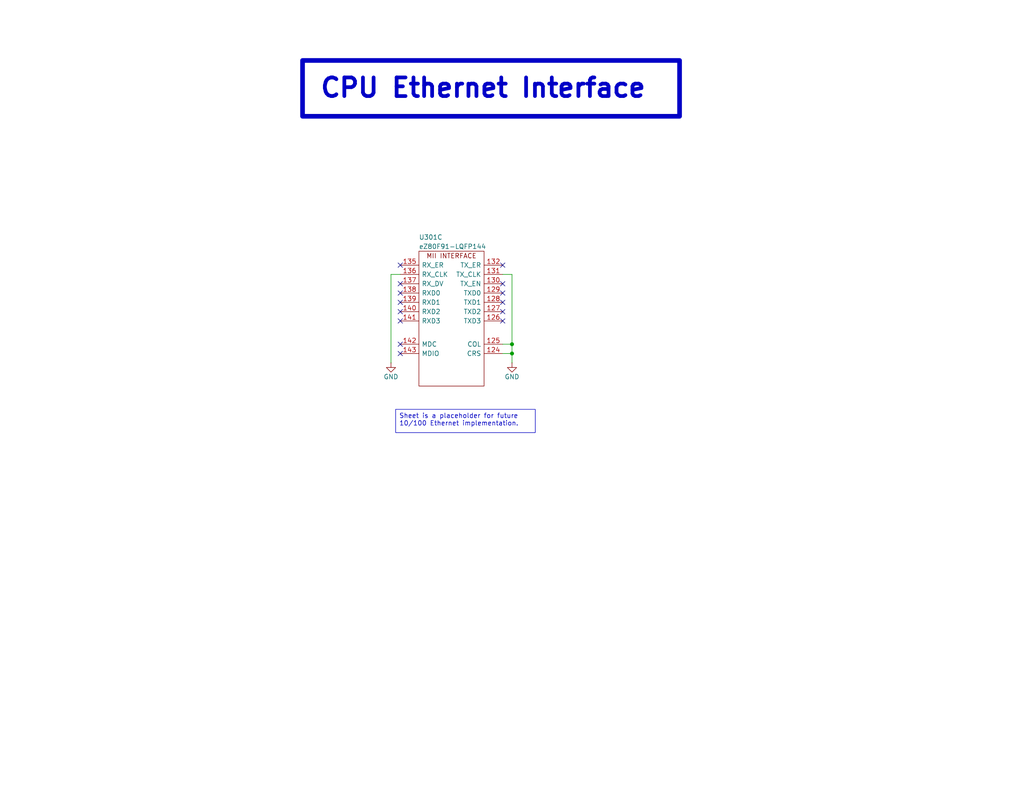
<source format=kicad_sch>
(kicad_sch
	(version 20231120)
	(generator "eeschema")
	(generator_version "8.0")
	(uuid "e11dda94-11c8-4784-b043-e6bb2966b2fc")
	(paper "USLetter")
	(title_block
		(title "SEWER")
		(date "2024-08-16")
		(rev "0")
		(company "Denno Wiggle")
		(comment 1 "CPU Ethernet Interface")
	)
	(lib_symbols
		(symbol "GND_2"
			(power)
			(pin_numbers hide)
			(pin_names
				(offset 0) hide)
			(exclude_from_sim no)
			(in_bom yes)
			(on_board yes)
			(property "Reference" "#PWR"
				(at 0 -6.35 0)
				(effects
					(font
						(size 1.27 1.27)
					)
					(hide yes)
				)
			)
			(property "Value" "GND"
				(at 0 -3.81 0)
				(effects
					(font
						(size 1.27 1.27)
					)
				)
			)
			(property "Footprint" ""
				(at 0 0 0)
				(effects
					(font
						(size 1.27 1.27)
					)
					(hide yes)
				)
			)
			(property "Datasheet" ""
				(at 0 0 0)
				(effects
					(font
						(size 1.27 1.27)
					)
					(hide yes)
				)
			)
			(property "Description" "Power symbol creates a global label with name \"GND\" , ground"
				(at 0 0 0)
				(effects
					(font
						(size 1.27 1.27)
					)
					(hide yes)
				)
			)
			(property "ki_keywords" "global power"
				(at 0 0 0)
				(effects
					(font
						(size 1.27 1.27)
					)
					(hide yes)
				)
			)
			(symbol "GND_2_0_1"
				(polyline
					(pts
						(xy 0 0) (xy 0 -1.27) (xy 1.27 -1.27) (xy 0 -2.54) (xy -1.27 -1.27) (xy 0 -1.27)
					)
					(stroke
						(width 0)
						(type default)
					)
					(fill
						(type none)
					)
				)
			)
			(symbol "GND_2_1_1"
				(pin power_in line
					(at 0 0 270)
					(length 0)
					(name "~"
						(effects
							(font
								(size 1.27 1.27)
							)
						)
					)
					(number "1"
						(effects
							(font
								(size 1.27 1.27)
							)
						)
					)
				)
			)
		)
		(symbol "WTM:eZ80F91-LQFP144"
			(pin_names
				(offset 0.762)
			)
			(exclude_from_sim no)
			(in_bom yes)
			(on_board yes)
			(property "Reference" "U"
				(at 0 3.81 0)
				(do_not_autoplace)
				(effects
					(font
						(size 1.27 1.27)
					)
					(justify left)
				)
			)
			(property "Value" "eZ80F91-LQFP144"
				(at 0 1.27 0)
				(do_not_autoplace)
				(effects
					(font
						(size 1.27 1.27)
					)
					(justify left)
				)
			)
			(property "Footprint" "Package_QFP:LQFP-144_20x20mm_P0.5mm"
				(at 0 8.89 0)
				(effects
					(font
						(size 1.27 1.27)
					)
					(justify left)
					(hide yes)
				)
			)
			(property "Datasheet" "https://www.zilog.com/docs/ez80acclaimplus/PS0270.pdf"
				(at 0 11.43 0)
				(effects
					(font
						(size 1.27 1.27)
					)
					(justify left)
					(hide yes)
				)
			)
			(property "Description" "Zilog 8/16-bit Microcontrollers - MCU 50/20MHz I/O -32, 2 UARTs w/ IrDA, I²C, SPI RAM 8k 256K flash"
				(at 0 21.59 0)
				(effects
					(font
						(size 1.27 1.27)
					)
					(justify left)
					(hide yes)
				)
			)
			(property "Height" "1.85"
				(at 0 19.05 0)
				(effects
					(font
						(size 1.27 1.27)
					)
					(justify left)
					(hide yes)
				)
			)
			(property "Manufacturer" "Zilog"
				(at 0 16.51 0)
				(effects
					(font
						(size 1.27 1.27)
					)
					(justify left)
					(hide yes)
				)
			)
			(property "MPN" "EZ80F91AZA50EK"
				(at 0 13.97 0)
				(effects
					(font
						(size 1.27 1.27)
					)
					(justify left)
					(hide yes)
				)
			)
			(property "LCSC Part #" "C3215893"
				(at 0 6.35 0)
				(effects
					(font
						(size 1.27 1.27)
					)
					(justify left)
					(hide yes)
				)
			)
			(property "Digikey" "269-EZ80F91AZA50EK-ND"
				(at 12.954 24.13 0)
				(effects
					(font
						(size 1.27 1.27)
					)
				)
			)
			(property "ki_locked" ""
				(at 0 0 0)
				(effects
					(font
						(size 1.27 1.27)
					)
				)
			)
			(symbol "eZ80F91-LQFP144_1_0"
				(pin bidirectional line
					(at -5.08 -3.81 0)
					(length 5.08)
					(name "ADDR0"
						(effects
							(font
								(size 1.27 1.27)
							)
						)
					)
					(number "1"
						(effects
							(font
								(size 1.27 1.27)
							)
						)
					)
				)
				(pin bidirectional line
					(at -5.08 -21.59 0)
					(length 5.08)
					(name "ADDR7"
						(effects
							(font
								(size 1.27 1.27)
							)
						)
					)
					(number "10"
						(effects
							(font
								(size 1.27 1.27)
							)
						)
					)
				)
				(pin bidirectional line
					(at -5.08 -24.13 0)
					(length 5.08)
					(name "ADDR8"
						(effects
							(font
								(size 1.27 1.27)
							)
						)
					)
					(number "11"
						(effects
							(font
								(size 1.27 1.27)
							)
						)
					)
				)
				(pin bidirectional line
					(at -5.08 -26.67 0)
					(length 5.08)
					(name "ADDR9"
						(effects
							(font
								(size 1.27 1.27)
							)
						)
					)
					(number "12"
						(effects
							(font
								(size 1.27 1.27)
							)
						)
					)
				)
				(pin bidirectional line
					(at -5.08 -29.21 0)
					(length 5.08)
					(name "ADDR10"
						(effects
							(font
								(size 1.27 1.27)
							)
						)
					)
					(number "13"
						(effects
							(font
								(size 1.27 1.27)
							)
						)
					)
				)
				(pin bidirectional line
					(at -5.08 -31.75 0)
					(length 5.08)
					(name "ADDR11"
						(effects
							(font
								(size 1.27 1.27)
							)
						)
					)
					(number "16"
						(effects
							(font
								(size 1.27 1.27)
							)
						)
					)
				)
				(pin bidirectional line
					(at -5.08 -34.29 0)
					(length 5.08)
					(name "ADDR12"
						(effects
							(font
								(size 1.27 1.27)
							)
						)
					)
					(number "17"
						(effects
							(font
								(size 1.27 1.27)
							)
						)
					)
				)
				(pin bidirectional line
					(at -5.08 -36.83 0)
					(length 5.08)
					(name "ADDR13"
						(effects
							(font
								(size 1.27 1.27)
							)
						)
					)
					(number "18"
						(effects
							(font
								(size 1.27 1.27)
							)
						)
					)
				)
				(pin bidirectional line
					(at -5.08 -39.37 0)
					(length 5.08)
					(name "ADDR14"
						(effects
							(font
								(size 1.27 1.27)
							)
						)
					)
					(number "19"
						(effects
							(font
								(size 1.27 1.27)
							)
						)
					)
				)
				(pin bidirectional line
					(at -5.08 -6.35 0)
					(length 5.08)
					(name "ADDR1"
						(effects
							(font
								(size 1.27 1.27)
							)
						)
					)
					(number "2"
						(effects
							(font
								(size 1.27 1.27)
							)
						)
					)
				)
				(pin bidirectional line
					(at -5.08 -41.91 0)
					(length 5.08)
					(name "ADDR15"
						(effects
							(font
								(size 1.27 1.27)
							)
						)
					)
					(number "20"
						(effects
							(font
								(size 1.27 1.27)
							)
						)
					)
				)
				(pin bidirectional line
					(at -5.08 -44.45 0)
					(length 5.08)
					(name "ADDR16"
						(effects
							(font
								(size 1.27 1.27)
							)
						)
					)
					(number "21"
						(effects
							(font
								(size 1.27 1.27)
							)
						)
					)
				)
				(pin bidirectional line
					(at -5.08 -46.99 0)
					(length 5.08)
					(name "ADDR17"
						(effects
							(font
								(size 1.27 1.27)
							)
						)
					)
					(number "24"
						(effects
							(font
								(size 1.27 1.27)
							)
						)
					)
				)
				(pin bidirectional line
					(at -5.08 -49.53 0)
					(length 5.08)
					(name "ADDR18"
						(effects
							(font
								(size 1.27 1.27)
							)
						)
					)
					(number "25"
						(effects
							(font
								(size 1.27 1.27)
							)
						)
					)
				)
				(pin bidirectional line
					(at -5.08 -52.07 0)
					(length 5.08)
					(name "ADDR19"
						(effects
							(font
								(size 1.27 1.27)
							)
						)
					)
					(number "26"
						(effects
							(font
								(size 1.27 1.27)
							)
						)
					)
				)
				(pin bidirectional line
					(at -5.08 -54.61 0)
					(length 5.08)
					(name "ADDR20"
						(effects
							(font
								(size 1.27 1.27)
							)
						)
					)
					(number "27"
						(effects
							(font
								(size 1.27 1.27)
							)
						)
					)
				)
				(pin bidirectional line
					(at -5.08 -57.15 0)
					(length 5.08)
					(name "ADDR21"
						(effects
							(font
								(size 1.27 1.27)
							)
						)
					)
					(number "28"
						(effects
							(font
								(size 1.27 1.27)
							)
						)
					)
				)
				(pin bidirectional line
					(at -5.08 -59.69 0)
					(length 5.08)
					(name "ADDR22"
						(effects
							(font
								(size 1.27 1.27)
							)
						)
					)
					(number "29"
						(effects
							(font
								(size 1.27 1.27)
							)
						)
					)
				)
				(pin bidirectional line
					(at -5.08 -8.89 0)
					(length 5.08)
					(name "ADDR2"
						(effects
							(font
								(size 1.27 1.27)
							)
						)
					)
					(number "3"
						(effects
							(font
								(size 1.27 1.27)
							)
						)
					)
				)
				(pin bidirectional line
					(at -5.08 -62.23 0)
					(length 5.08)
					(name "ADDR23"
						(effects
							(font
								(size 1.27 1.27)
							)
						)
					)
					(number "30"
						(effects
							(font
								(size 1.27 1.27)
							)
						)
					)
				)
				(pin output inverted
					(at 25.4 -62.23 180)
					(length 5.08)
					(name "~{CS0}"
						(effects
							(font
								(size 1.27 1.27)
							)
						)
					)
					(number "33"
						(effects
							(font
								(size 1.27 1.27)
							)
						)
					)
				)
				(pin output inverted
					(at 25.4 -59.69 180)
					(length 5.08)
					(name "~{CS1}"
						(effects
							(font
								(size 1.27 1.27)
							)
						)
					)
					(number "34"
						(effects
							(font
								(size 1.27 1.27)
							)
						)
					)
				)
				(pin output inverted
					(at 25.4 -57.15 180)
					(length 5.08)
					(name "~{CS2}"
						(effects
							(font
								(size 1.27 1.27)
							)
						)
					)
					(number "35"
						(effects
							(font
								(size 1.27 1.27)
							)
						)
					)
				)
				(pin output inverted
					(at 25.4 -54.61 180)
					(length 5.08)
					(name "~{CS3}"
						(effects
							(font
								(size 1.27 1.27)
							)
						)
					)
					(number "36"
						(effects
							(font
								(size 1.27 1.27)
							)
						)
					)
				)
				(pin bidirectional line
					(at 25.4 -21.59 180)
					(length 5.08)
					(name "DATA0"
						(effects
							(font
								(size 1.27 1.27)
							)
						)
					)
					(number "39"
						(effects
							(font
								(size 1.27 1.27)
							)
						)
					)
				)
				(pin bidirectional line
					(at -5.08 -11.43 0)
					(length 5.08)
					(name "ADDR3"
						(effects
							(font
								(size 1.27 1.27)
							)
						)
					)
					(number "4"
						(effects
							(font
								(size 1.27 1.27)
							)
						)
					)
				)
				(pin bidirectional line
					(at 25.4 -19.05 180)
					(length 5.08)
					(name "DATA1"
						(effects
							(font
								(size 1.27 1.27)
							)
						)
					)
					(number "40"
						(effects
							(font
								(size 1.27 1.27)
							)
						)
					)
				)
				(pin bidirectional line
					(at 25.4 -16.51 180)
					(length 5.08)
					(name "DATA2"
						(effects
							(font
								(size 1.27 1.27)
							)
						)
					)
					(number "41"
						(effects
							(font
								(size 1.27 1.27)
							)
						)
					)
				)
				(pin bidirectional line
					(at 25.4 -13.97 180)
					(length 5.08)
					(name "DATA3"
						(effects
							(font
								(size 1.27 1.27)
							)
						)
					)
					(number "42"
						(effects
							(font
								(size 1.27 1.27)
							)
						)
					)
				)
				(pin bidirectional line
					(at 25.4 -11.43 180)
					(length 5.08)
					(name "DATA4"
						(effects
							(font
								(size 1.27 1.27)
							)
						)
					)
					(number "43"
						(effects
							(font
								(size 1.27 1.27)
							)
						)
					)
				)
				(pin bidirectional line
					(at 25.4 -8.89 180)
					(length 5.08)
					(name "DATA5"
						(effects
							(font
								(size 1.27 1.27)
							)
						)
					)
					(number "44"
						(effects
							(font
								(size 1.27 1.27)
							)
						)
					)
				)
				(pin bidirectional line
					(at 25.4 -6.35 180)
					(length 5.08)
					(name "DATA6"
						(effects
							(font
								(size 1.27 1.27)
							)
						)
					)
					(number "45"
						(effects
							(font
								(size 1.27 1.27)
							)
						)
					)
				)
				(pin bidirectional line
					(at 25.4 -3.81 180)
					(length 5.08)
					(name "DATA7"
						(effects
							(font
								(size 1.27 1.27)
							)
						)
					)
					(number "46"
						(effects
							(font
								(size 1.27 1.27)
							)
						)
					)
				)
				(pin bidirectional inverted
					(at 25.4 -40.64 180)
					(length 5.08)
					(name "~{IORQ}"
						(effects
							(font
								(size 1.27 1.27)
							)
						)
					)
					(number "49"
						(effects
							(font
								(size 1.27 1.27)
							)
						)
					)
				)
				(pin bidirectional line
					(at -5.08 -13.97 0)
					(length 5.08)
					(name "ADDR4"
						(effects
							(font
								(size 1.27 1.27)
							)
						)
					)
					(number "5"
						(effects
							(font
								(size 1.27 1.27)
							)
						)
					)
				)
				(pin bidirectional inverted
					(at 25.4 -38.1 180)
					(length 5.08)
					(name "~{MREQ}"
						(effects
							(font
								(size 1.27 1.27)
							)
						)
					)
					(number "50"
						(effects
							(font
								(size 1.27 1.27)
							)
						)
					)
				)
				(pin output inverted
					(at 25.4 -35.56 180)
					(length 5.08)
					(name "~{RD}"
						(effects
							(font
								(size 1.27 1.27)
							)
						)
					)
					(number "51"
						(effects
							(font
								(size 1.27 1.27)
							)
						)
					)
				)
				(pin bidirectional inverted
					(at 25.4 -33.02 180)
					(length 5.08)
					(name "~{WR}"
						(effects
							(font
								(size 1.27 1.27)
							)
						)
					)
					(number "52"
						(effects
							(font
								(size 1.27 1.27)
							)
						)
					)
				)
				(pin output inverted
					(at 25.4 -72.39 180)
					(length 5.08)
					(name "~{INSTRD}"
						(effects
							(font
								(size 1.27 1.27)
							)
						)
					)
					(number "53"
						(effects
							(font
								(size 1.27 1.27)
							)
						)
					)
				)
				(pin input inverted
					(at -5.08 -72.39 0)
					(length 5.08)
					(name "~{WAIT}"
						(effects
							(font
								(size 1.27 1.27)
							)
						)
					)
					(number "54"
						(effects
							(font
								(size 1.27 1.27)
							)
						)
					)
				)
				(pin bidirectional inverted
					(at -5.08 -80.01 0)
					(length 5.08)
					(name "~{RESET}"
						(effects
							(font
								(size 1.27 1.27)
							)
						)
					)
					(number "55"
						(effects
							(font
								(size 1.27 1.27)
							)
						)
					)
				)
				(pin input inverted
					(at -5.08 -74.93 0)
					(length 5.08)
					(name "~{NMI}"
						(effects
							(font
								(size 1.27 1.27)
							)
						)
					)
					(number "56"
						(effects
							(font
								(size 1.27 1.27)
							)
						)
					)
				)
				(pin input inverted
					(at -5.08 -67.31 0)
					(length 5.08)
					(name "~{BUSREQ}"
						(effects
							(font
								(size 1.27 1.27)
							)
						)
					)
					(number "57"
						(effects
							(font
								(size 1.27 1.27)
							)
						)
					)
				)
				(pin output inverted
					(at 25.4 -67.31 180)
					(length 5.08)
					(name "~{BUSACK}"
						(effects
							(font
								(size 1.27 1.27)
							)
						)
					)
					(number "58"
						(effects
							(font
								(size 1.27 1.27)
							)
						)
					)
				)
				(pin bidirectional line
					(at -5.08 -16.51 0)
					(length 5.08)
					(name "ADDR5"
						(effects
							(font
								(size 1.27 1.27)
							)
						)
					)
					(number "8"
						(effects
							(font
								(size 1.27 1.27)
							)
						)
					)
				)
				(pin bidirectional line
					(at -5.08 -19.05 0)
					(length 5.08)
					(name "ADDR6"
						(effects
							(font
								(size 1.27 1.27)
							)
						)
					)
					(number "9"
						(effects
							(font
								(size 1.27 1.27)
							)
						)
					)
				)
			)
			(symbol "eZ80F91-LQFP144_1_1"
				(rectangle
					(start 0 0)
					(end 20.32 -83.82)
					(stroke
						(width 0)
						(type default)
					)
					(fill
						(type none)
					)
				)
				(text "BUS INTERFACE"
					(at 10.16 -1.27 0)
					(effects
						(font
							(size 1.27 1.27)
						)
					)
				)
			)
			(symbol "eZ80F91-LQFP144_2_0"
				(pin bidirectional line
					(at -5.08 -27.94 0)
					(length 5.08)
					(name "PB0/IC0/EC0"
						(effects
							(font
								(size 1.27 1.27)
							)
						)
					)
					(number "100"
						(effects
							(font
								(size 1.27 1.27)
							)
						)
					)
				)
				(pin bidirectional line
					(at -5.08 -30.48 0)
					(length 5.08)
					(name "PB1/IC1"
						(effects
							(font
								(size 1.27 1.27)
							)
						)
					)
					(number "101"
						(effects
							(font
								(size 1.27 1.27)
							)
						)
					)
				)
				(pin bidirectional line
					(at -5.08 -33.02 0)
					(length 5.08)
					(name "PB2/SS"
						(effects
							(font
								(size 1.27 1.27)
							)
						)
					)
					(number "102"
						(effects
							(font
								(size 1.27 1.27)
							)
						)
					)
				)
				(pin bidirectional line
					(at -5.08 -35.56 0)
					(length 5.08)
					(name "PB3/SCK"
						(effects
							(font
								(size 1.27 1.27)
							)
						)
					)
					(number "103"
						(effects
							(font
								(size 1.27 1.27)
							)
						)
					)
				)
				(pin bidirectional line
					(at -5.08 -38.1 0)
					(length 5.08)
					(name "PB4/IC2"
						(effects
							(font
								(size 1.27 1.27)
							)
						)
					)
					(number "104"
						(effects
							(font
								(size 1.27 1.27)
							)
						)
					)
				)
				(pin bidirectional line
					(at -5.08 -40.64 0)
					(length 5.08)
					(name "PB5/IC3"
						(effects
							(font
								(size 1.27 1.27)
							)
						)
					)
					(number "105"
						(effects
							(font
								(size 1.27 1.27)
							)
						)
					)
				)
				(pin bidirectional line
					(at -5.08 -43.18 0)
					(length 5.08)
					(name "PB6/MISO"
						(effects
							(font
								(size 1.27 1.27)
							)
						)
					)
					(number "106"
						(effects
							(font
								(size 1.27 1.27)
							)
						)
					)
				)
				(pin bidirectional line
					(at -5.08 -45.72 0)
					(length 5.08)
					(name "PB7/MOSI"
						(effects
							(font
								(size 1.27 1.27)
							)
						)
					)
					(number "107"
						(effects
							(font
								(size 1.27 1.27)
							)
						)
					)
				)
				(pin bidirectional line
					(at 39.37 -57.15 180)
					(length 5.08)
					(name "SDA"
						(effects
							(font
								(size 1.27 1.27)
							)
						)
					)
					(number "109"
						(effects
							(font
								(size 1.27 1.27)
							)
						)
					)
				)
				(pin bidirectional line
					(at 39.37 -54.61 180)
					(length 5.08)
					(name "SCL"
						(effects
							(font
								(size 1.27 1.27)
							)
						)
					)
					(number "110"
						(effects
							(font
								(size 1.27 1.27)
							)
						)
					)
				)
				(pin bidirectional line
					(at -5.08 -3.81 0)
					(length 5.08)
					(name "PA0/PWM0/OC0"
						(effects
							(font
								(size 1.27 1.27)
							)
						)
					)
					(number "114"
						(effects
							(font
								(size 1.27 1.27)
							)
						)
					)
				)
				(pin bidirectional line
					(at -5.08 -6.35 0)
					(length 5.08)
					(name "PA1/PWM1/OC1"
						(effects
							(font
								(size 1.27 1.27)
							)
						)
					)
					(number "115"
						(effects
							(font
								(size 1.27 1.27)
							)
						)
					)
				)
				(pin bidirectional line
					(at -5.08 -8.89 0)
					(length 5.08)
					(name "PA2/PWM2/OC2"
						(effects
							(font
								(size 1.27 1.27)
							)
						)
					)
					(number "116"
						(effects
							(font
								(size 1.27 1.27)
							)
						)
					)
				)
				(pin bidirectional line
					(at -5.08 -11.43 0)
					(length 5.08)
					(name "PA3/PWM3/OC3"
						(effects
							(font
								(size 1.27 1.27)
							)
						)
					)
					(number "117"
						(effects
							(font
								(size 1.27 1.27)
							)
						)
					)
				)
				(pin bidirectional line
					(at -5.08 -13.97 0)
					(length 5.08)
					(name "PA4/PWM0/TOUT0"
						(effects
							(font
								(size 1.27 1.27)
							)
						)
					)
					(number "118"
						(effects
							(font
								(size 1.27 1.27)
							)
						)
					)
				)
				(pin bidirectional line
					(at -5.08 -16.51 0)
					(length 5.08)
					(name "PA5"
						(effects
							(font
								(size 1.27 1.27)
							)
						)
					)
					(number "119"
						(effects
							(font
								(size 1.27 1.27)
							)
						)
					)
				)
				(pin bidirectional line
					(at -5.08 -19.05 0)
					(length 5.08)
					(name "PA6/PWM2/EC1"
						(effects
							(font
								(size 1.27 1.27)
							)
						)
					)
					(number "120"
						(effects
							(font
								(size 1.27 1.27)
							)
						)
					)
				)
				(pin bidirectional line
					(at -5.08 -21.59 0)
					(length 5.08)
					(name "PA7/PWM3"
						(effects
							(font
								(size 1.27 1.27)
							)
						)
					)
					(number "121"
						(effects
							(font
								(size 1.27 1.27)
							)
						)
					)
				)
				(pin input line
					(at -5.08 -54.61 0)
					(length 5.08)
					(name "RTC_XIN"
						(effects
							(font
								(size 1.27 1.27)
							)
						)
					)
					(number "61"
						(effects
							(font
								(size 1.27 1.27)
							)
						)
					)
				)
				(pin bidirectional line
					(at -5.08 -57.15 0)
					(length 5.08)
					(name "RTC_XOUT"
						(effects
							(font
								(size 1.27 1.27)
							)
						)
					)
					(number "62"
						(effects
							(font
								(size 1.27 1.27)
							)
						)
					)
				)
				(pin power_in line
					(at -5.08 -50.8 0)
					(length 5.08)
					(name "RTC_VDD"
						(effects
							(font
								(size 1.27 1.27)
							)
						)
					)
					(number "63"
						(effects
							(font
								(size 1.27 1.27)
							)
						)
					)
				)
				(pin bidirectional line
					(at 39.37 -27.94 180)
					(length 5.08)
					(name "PD0/TXD0/IR_TXD"
						(effects
							(font
								(size 1.27 1.27)
							)
						)
					)
					(number "73"
						(effects
							(font
								(size 1.27 1.27)
							)
						)
					)
				)
				(pin bidirectional line
					(at 39.37 -30.48 180)
					(length 5.08)
					(name "PD1/RXD0/IR_RXD"
						(effects
							(font
								(size 1.27 1.27)
							)
						)
					)
					(number "74"
						(effects
							(font
								(size 1.27 1.27)
							)
						)
					)
				)
				(pin bidirectional line
					(at 39.37 -33.02 180)
					(length 5.08)
					(name "PD2/RTS0"
						(effects
							(font
								(size 1.27 1.27)
							)
						)
					)
					(number "75"
						(effects
							(font
								(size 1.27 1.27)
							)
						)
					)
				)
				(pin bidirectional line
					(at 39.37 -35.56 180)
					(length 5.08)
					(name "PD3/CTS0"
						(effects
							(font
								(size 1.27 1.27)
							)
						)
					)
					(number "76"
						(effects
							(font
								(size 1.27 1.27)
							)
						)
					)
				)
				(pin bidirectional line
					(at 39.37 -38.1 180)
					(length 5.08)
					(name "PD4/DTR0"
						(effects
							(font
								(size 1.27 1.27)
							)
						)
					)
					(number "77"
						(effects
							(font
								(size 1.27 1.27)
							)
						)
					)
				)
				(pin bidirectional line
					(at 39.37 -40.64 180)
					(length 5.08)
					(name "PD5/DSR0"
						(effects
							(font
								(size 1.27 1.27)
							)
						)
					)
					(number "78"
						(effects
							(font
								(size 1.27 1.27)
							)
						)
					)
				)
				(pin bidirectional line
					(at 39.37 -43.18 180)
					(length 5.08)
					(name "PD6/DCD0"
						(effects
							(font
								(size 1.27 1.27)
							)
						)
					)
					(number "79"
						(effects
							(font
								(size 1.27 1.27)
							)
						)
					)
				)
				(pin bidirectional line
					(at 39.37 -45.72 180)
					(length 5.08)
					(name "PD7/RI0"
						(effects
							(font
								(size 1.27 1.27)
							)
						)
					)
					(number "80"
						(effects
							(font
								(size 1.27 1.27)
							)
						)
					)
				)
				(pin bidirectional line
					(at 39.37 -3.81 180)
					(length 5.08)
					(name "PC0/TXD1"
						(effects
							(font
								(size 1.27 1.27)
							)
						)
					)
					(number "90"
						(effects
							(font
								(size 1.27 1.27)
							)
						)
					)
				)
				(pin bidirectional line
					(at 39.37 -6.35 180)
					(length 5.08)
					(name "PC1/RXD1"
						(effects
							(font
								(size 1.27 1.27)
							)
						)
					)
					(number "91"
						(effects
							(font
								(size 1.27 1.27)
							)
						)
					)
				)
				(pin bidirectional line
					(at 39.37 -8.89 180)
					(length 5.08)
					(name "PC2/RTS1"
						(effects
							(font
								(size 1.27 1.27)
							)
						)
					)
					(number "92"
						(effects
							(font
								(size 1.27 1.27)
							)
						)
					)
				)
				(pin bidirectional line
					(at 39.37 -11.43 180)
					(length 5.08)
					(name "PC3/CTS1"
						(effects
							(font
								(size 1.27 1.27)
							)
						)
					)
					(number "93"
						(effects
							(font
								(size 1.27 1.27)
							)
						)
					)
				)
				(pin bidirectional line
					(at 39.37 -13.97 180)
					(length 5.08)
					(name "PC4/DTR1"
						(effects
							(font
								(size 1.27 1.27)
							)
						)
					)
					(number "94"
						(effects
							(font
								(size 1.27 1.27)
							)
						)
					)
				)
				(pin bidirectional line
					(at 39.37 -16.51 180)
					(length 5.08)
					(name "PC5/DSR1"
						(effects
							(font
								(size 1.27 1.27)
							)
						)
					)
					(number "95"
						(effects
							(font
								(size 1.27 1.27)
							)
						)
					)
				)
				(pin bidirectional line
					(at 39.37 -19.05 180)
					(length 5.08)
					(name "PC6/DCD1"
						(effects
							(font
								(size 1.27 1.27)
							)
						)
					)
					(number "96"
						(effects
							(font
								(size 1.27 1.27)
							)
						)
					)
				)
				(pin bidirectional line
					(at 39.37 -21.59 180)
					(length 5.08)
					(name "PC7/RI1"
						(effects
							(font
								(size 1.27 1.27)
							)
						)
					)
					(number "97"
						(effects
							(font
								(size 1.27 1.27)
							)
						)
					)
				)
			)
			(symbol "eZ80F91-LQFP144_2_1"
				(rectangle
					(start 0 0)
					(end 34.29 -60.96)
					(stroke
						(width 0)
						(type default)
					)
					(fill
						(type none)
					)
				)
				(text "GPIO"
					(at 16.51 -1.27 0)
					(effects
						(font
							(size 1.27 1.27)
						)
					)
				)
			)
			(symbol "eZ80F91-LQFP144_3_0"
				(pin input line
					(at 22.86 -27.94 180)
					(length 5.08)
					(name "CRS"
						(effects
							(font
								(size 1.27 1.27)
							)
						)
					)
					(number "124"
						(effects
							(font
								(size 1.27 1.27)
							)
						)
					)
				)
				(pin input line
					(at 22.86 -25.4 180)
					(length 5.08)
					(name "COL"
						(effects
							(font
								(size 1.27 1.27)
							)
						)
					)
					(number "125"
						(effects
							(font
								(size 1.27 1.27)
							)
						)
					)
				)
				(pin output line
					(at 22.86 -19.05 180)
					(length 5.08)
					(name "TXD3"
						(effects
							(font
								(size 1.27 1.27)
							)
						)
					)
					(number "126"
						(effects
							(font
								(size 1.27 1.27)
							)
						)
					)
				)
				(pin output line
					(at 22.86 -16.51 180)
					(length 5.08)
					(name "TXD2"
						(effects
							(font
								(size 1.27 1.27)
							)
						)
					)
					(number "127"
						(effects
							(font
								(size 1.27 1.27)
							)
						)
					)
				)
				(pin output line
					(at 22.86 -13.97 180)
					(length 5.08)
					(name "TXD1"
						(effects
							(font
								(size 1.27 1.27)
							)
						)
					)
					(number "128"
						(effects
							(font
								(size 1.27 1.27)
							)
						)
					)
				)
				(pin output line
					(at 22.86 -11.43 180)
					(length 5.08)
					(name "TXD0"
						(effects
							(font
								(size 1.27 1.27)
							)
						)
					)
					(number "129"
						(effects
							(font
								(size 1.27 1.27)
							)
						)
					)
				)
				(pin output line
					(at 22.86 -8.89 180)
					(length 5.08)
					(name "TX_EN"
						(effects
							(font
								(size 1.27 1.27)
							)
						)
					)
					(number "130"
						(effects
							(font
								(size 1.27 1.27)
							)
						)
					)
				)
				(pin input line
					(at 22.86 -6.35 180)
					(length 5.08)
					(name "TX_CLK"
						(effects
							(font
								(size 1.27 1.27)
							)
						)
					)
					(number "131"
						(effects
							(font
								(size 1.27 1.27)
							)
						)
					)
				)
				(pin output line
					(at 22.86 -3.81 180)
					(length 5.08)
					(name "TX_ER"
						(effects
							(font
								(size 1.27 1.27)
							)
						)
					)
					(number "132"
						(effects
							(font
								(size 1.27 1.27)
							)
						)
					)
				)
				(pin input line
					(at -5.08 -3.81 0)
					(length 5.08)
					(name "RX_ER"
						(effects
							(font
								(size 1.27 1.27)
							)
						)
					)
					(number "135"
						(effects
							(font
								(size 1.27 1.27)
							)
						)
					)
				)
				(pin input line
					(at -5.08 -6.35 0)
					(length 5.08)
					(name "RX_CLK"
						(effects
							(font
								(size 1.27 1.27)
							)
						)
					)
					(number "136"
						(effects
							(font
								(size 1.27 1.27)
							)
						)
					)
				)
				(pin input line
					(at -5.08 -8.89 0)
					(length 5.08)
					(name "RX_DV"
						(effects
							(font
								(size 1.27 1.27)
							)
						)
					)
					(number "137"
						(effects
							(font
								(size 1.27 1.27)
							)
						)
					)
				)
				(pin input line
					(at -5.08 -11.43 0)
					(length 5.08)
					(name "RXD0"
						(effects
							(font
								(size 1.27 1.27)
							)
						)
					)
					(number "138"
						(effects
							(font
								(size 1.27 1.27)
							)
						)
					)
				)
				(pin input line
					(at -5.08 -13.97 0)
					(length 5.08)
					(name "RXD1"
						(effects
							(font
								(size 1.27 1.27)
							)
						)
					)
					(number "139"
						(effects
							(font
								(size 1.27 1.27)
							)
						)
					)
				)
				(pin input line
					(at -5.08 -16.51 0)
					(length 5.08)
					(name "RXD2"
						(effects
							(font
								(size 1.27 1.27)
							)
						)
					)
					(number "140"
						(effects
							(font
								(size 1.27 1.27)
							)
						)
					)
				)
				(pin input line
					(at -5.08 -19.05 0)
					(length 5.08)
					(name "RXD3"
						(effects
							(font
								(size 1.27 1.27)
							)
						)
					)
					(number "141"
						(effects
							(font
								(size 1.27 1.27)
							)
						)
					)
				)
				(pin output line
					(at -5.08 -25.4 0)
					(length 5.08)
					(name "MDC"
						(effects
							(font
								(size 1.27 1.27)
							)
						)
					)
					(number "142"
						(effects
							(font
								(size 1.27 1.27)
							)
						)
					)
				)
				(pin bidirectional line
					(at -5.08 -27.94 0)
					(length 5.08)
					(name "MDIO"
						(effects
							(font
								(size 1.27 1.27)
							)
						)
					)
					(number "143"
						(effects
							(font
								(size 1.27 1.27)
							)
						)
					)
				)
			)
			(symbol "eZ80F91-LQFP144_3_1"
				(rectangle
					(start 0 0)
					(end 17.78 -36.83)
					(stroke
						(width 0)
						(type default)
					)
					(fill
						(type none)
					)
				)
				(text "MII INTERFACE"
					(at 8.89 -1.27 0)
					(effects
						(font
							(size 1.27 1.27)
						)
					)
				)
			)
			(symbol "eZ80F91-LQFP144_4_0"
				(pin power_in line
					(at 26.67 -34.29 180)
					(length 5.08)
					(name "VSS_13"
						(effects
							(font
								(size 1.27 1.27)
							)
						)
					)
					(number "108"
						(effects
							(font
								(size 1.27 1.27)
							)
						)
					)
				)
				(pin output clock
					(at 26.67 -58.42 180)
					(length 5.08)
					(name "PHI"
						(effects
							(font
								(size 1.27 1.27)
							)
						)
					)
					(number "111"
						(effects
							(font
								(size 1.27 1.27)
							)
						)
					)
				)
				(pin power_in line
					(at -5.08 -29.21 0)
					(length 5.08)
					(name "VDD_11"
						(effects
							(font
								(size 1.27 1.27)
							)
						)
					)
					(number "112"
						(effects
							(font
								(size 1.27 1.27)
							)
						)
					)
				)
				(pin power_in line
					(at 26.67 -36.83 180)
					(length 5.08)
					(name "VSS_14"
						(effects
							(font
								(size 1.27 1.27)
							)
						)
					)
					(number "113"
						(effects
							(font
								(size 1.27 1.27)
							)
						)
					)
				)
				(pin power_in line
					(at -5.08 -31.75 0)
					(length 5.08)
					(name "VDD_12"
						(effects
							(font
								(size 1.27 1.27)
							)
						)
					)
					(number "122"
						(effects
							(font
								(size 1.27 1.27)
							)
						)
					)
				)
				(pin power_in line
					(at 26.67 -39.37 180)
					(length 5.08)
					(name "VSS_15"
						(effects
							(font
								(size 1.27 1.27)
							)
						)
					)
					(number "123"
						(effects
							(font
								(size 1.27 1.27)
							)
						)
					)
				)
				(pin power_in line
					(at -5.08 -34.29 0)
					(length 5.08)
					(name "VDD_13"
						(effects
							(font
								(size 1.27 1.27)
							)
						)
					)
					(number "133"
						(effects
							(font
								(size 1.27 1.27)
							)
						)
					)
				)
				(pin power_in line
					(at 26.67 -41.91 180)
					(length 5.08)
					(name "VSS_16"
						(effects
							(font
								(size 1.27 1.27)
							)
						)
					)
					(number "134"
						(effects
							(font
								(size 1.27 1.27)
							)
						)
					)
				)
				(pin power_in line
					(at -5.08 -6.35 0)
					(length 5.08)
					(name "VDD_2"
						(effects
							(font
								(size 1.27 1.27)
							)
						)
					)
					(number "14"
						(effects
							(font
								(size 1.27 1.27)
							)
						)
					)
				)
				(pin power_in line
					(at 26.67 -6.35 180)
					(length 5.08)
					(name "VSS_2"
						(effects
							(font
								(size 1.27 1.27)
							)
						)
					)
					(number "15"
						(effects
							(font
								(size 1.27 1.27)
							)
						)
					)
				)
				(pin power_in line
					(at -5.08 -8.89 0)
					(length 5.08)
					(name "VDD_3"
						(effects
							(font
								(size 1.27 1.27)
							)
						)
					)
					(number "22"
						(effects
							(font
								(size 1.27 1.27)
							)
						)
					)
				)
				(pin power_in line
					(at 26.67 -8.89 180)
					(length 5.08)
					(name "VSS_3"
						(effects
							(font
								(size 1.27 1.27)
							)
						)
					)
					(number "23"
						(effects
							(font
								(size 1.27 1.27)
							)
						)
					)
				)
				(pin power_in line
					(at -5.08 -11.43 0)
					(length 5.08)
					(name "VDD_4"
						(effects
							(font
								(size 1.27 1.27)
							)
						)
					)
					(number "31"
						(effects
							(font
								(size 1.27 1.27)
							)
						)
					)
				)
				(pin power_in line
					(at 26.67 -11.43 180)
					(length 5.08)
					(name "VSS_4"
						(effects
							(font
								(size 1.27 1.27)
							)
						)
					)
					(number "32"
						(effects
							(font
								(size 1.27 1.27)
							)
						)
					)
				)
				(pin power_in line
					(at -5.08 -13.97 0)
					(length 5.08)
					(name "VDD_5"
						(effects
							(font
								(size 1.27 1.27)
							)
						)
					)
					(number "37"
						(effects
							(font
								(size 1.27 1.27)
							)
						)
					)
				)
				(pin power_in line
					(at 26.67 -13.97 180)
					(length 5.08)
					(name "VSS_5"
						(effects
							(font
								(size 1.27 1.27)
							)
						)
					)
					(number "38"
						(effects
							(font
								(size 1.27 1.27)
							)
						)
					)
				)
				(pin power_in line
					(at -5.08 -16.51 0)
					(length 5.08)
					(name "VDD_6"
						(effects
							(font
								(size 1.27 1.27)
							)
						)
					)
					(number "47"
						(effects
							(font
								(size 1.27 1.27)
							)
						)
					)
				)
				(pin power_in line
					(at 26.67 -16.51 180)
					(length 5.08)
					(name "VSS_6"
						(effects
							(font
								(size 1.27 1.27)
							)
						)
					)
					(number "48"
						(effects
							(font
								(size 1.27 1.27)
							)
						)
					)
				)
				(pin power_in line
					(at -5.08 -19.05 0)
					(length 5.08)
					(name "VDD_7"
						(effects
							(font
								(size 1.27 1.27)
							)
						)
					)
					(number "59"
						(effects
							(font
								(size 1.27 1.27)
							)
						)
					)
				)
				(pin power_in line
					(at -5.08 -3.81 0)
					(length 5.08)
					(name "VDD_1"
						(effects
							(font
								(size 1.27 1.27)
							)
						)
					)
					(number "6"
						(effects
							(font
								(size 1.27 1.27)
							)
						)
					)
				)
				(pin power_in line
					(at 26.67 -19.05 180)
					(length 5.08)
					(name "VSS_7"
						(effects
							(font
								(size 1.27 1.27)
							)
						)
					)
					(number "60"
						(effects
							(font
								(size 1.27 1.27)
							)
						)
					)
				)
				(pin power_in line
					(at 26.67 -21.59 180)
					(length 5.08)
					(name "VSS_8"
						(effects
							(font
								(size 1.27 1.27)
							)
						)
					)
					(number "64"
						(effects
							(font
								(size 1.27 1.27)
							)
						)
					)
				)
				(pin power_in line
					(at 26.67 -3.81 180)
					(length 5.08)
					(name "VSS_1"
						(effects
							(font
								(size 1.27 1.27)
							)
						)
					)
					(number "7"
						(effects
							(font
								(size 1.27 1.27)
							)
						)
					)
				)
				(pin power_in line
					(at 26.67 -24.13 180)
					(length 5.08)
					(name "VSS_9"
						(effects
							(font
								(size 1.27 1.27)
							)
						)
					)
					(number "72"
						(effects
							(font
								(size 1.27 1.27)
							)
						)
					)
				)
				(pin power_in line
					(at -5.08 -21.59 0)
					(length 5.08)
					(name "VDD_8"
						(effects
							(font
								(size 1.27 1.27)
							)
						)
					)
					(number "81"
						(effects
							(font
								(size 1.27 1.27)
							)
						)
					)
				)
				(pin power_in line
					(at 26.67 -26.67 180)
					(length 5.08)
					(name "VSS_10"
						(effects
							(font
								(size 1.27 1.27)
							)
						)
					)
					(number "82"
						(effects
							(font
								(size 1.27 1.27)
							)
						)
					)
				)
				(pin bidirectional line
					(at 26.67 -49.53 180)
					(length 5.08)
					(name "LOOP_FILT"
						(effects
							(font
								(size 1.27 1.27)
							)
						)
					)
					(number "83"
						(effects
							(font
								(size 1.27 1.27)
							)
						)
					)
				)
				(pin power_in line
					(at 26.67 -46.99 180)
					(length 5.08)
					(name "PLL_VSS"
						(effects
							(font
								(size 1.27 1.27)
							)
						)
					)
					(number "84"
						(effects
							(font
								(size 1.27 1.27)
							)
						)
					)
				)
				(pin output clock
					(at -5.08 -55.88 0)
					(length 5.08)
					(name "XOUT"
						(effects
							(font
								(size 1.27 1.27)
							)
						)
					)
					(number "85"
						(effects
							(font
								(size 1.27 1.27)
							)
						)
					)
				)
				(pin input clock
					(at -5.08 -58.42 0)
					(length 5.08)
					(name "XIN"
						(effects
							(font
								(size 1.27 1.27)
							)
						)
					)
					(number "86"
						(effects
							(font
								(size 1.27 1.27)
							)
						)
					)
				)
				(pin power_in line
					(at -5.08 -46.99 0)
					(length 5.08)
					(name "PLL_VDD"
						(effects
							(font
								(size 1.27 1.27)
							)
						)
					)
					(number "87"
						(effects
							(font
								(size 1.27 1.27)
							)
						)
					)
				)
				(pin power_in line
					(at -5.08 -24.13 0)
					(length 5.08)
					(name "VDD_9"
						(effects
							(font
								(size 1.27 1.27)
							)
						)
					)
					(number "88"
						(effects
							(font
								(size 1.27 1.27)
							)
						)
					)
				)
				(pin power_in line
					(at 26.67 -29.21 180)
					(length 5.08)
					(name "VSS_11"
						(effects
							(font
								(size 1.27 1.27)
							)
						)
					)
					(number "89"
						(effects
							(font
								(size 1.27 1.27)
							)
						)
					)
				)
				(pin power_in line
					(at -5.08 -26.67 0)
					(length 5.08)
					(name "VDD_10"
						(effects
							(font
								(size 1.27 1.27)
							)
						)
					)
					(number "98"
						(effects
							(font
								(size 1.27 1.27)
							)
						)
					)
				)
				(pin power_in line
					(at 26.67 -31.75 180)
					(length 5.08)
					(name "VSS_12"
						(effects
							(font
								(size 1.27 1.27)
							)
						)
					)
					(number "99"
						(effects
							(font
								(size 1.27 1.27)
							)
						)
					)
				)
			)
			(symbol "eZ80F91-LQFP144_4_1"
				(rectangle
					(start 0 0)
					(end 21.59 -62.23)
					(stroke
						(width 0)
						(type default)
					)
					(fill
						(type none)
					)
				)
				(text "POWER & OSC"
					(at 10.16 -1.27 0)
					(effects
						(font
							(size 1.27 1.27)
						)
					)
				)
			)
			(symbol "eZ80F91-LQFP144_5_0"
				(pin input inverted
					(at 17.78 -3.81 180)
					(length 5.08)
					(name "~{WP}"
						(effects
							(font
								(size 1.27 1.27)
							)
						)
					)
					(number "144"
						(effects
							(font
								(size 1.27 1.27)
							)
						)
					)
				)
				(pin output inverted
					(at 17.78 -21.59 180)
					(length 5.08)
					(name "~{HALT_SLP}"
						(effects
							(font
								(size 1.27 1.27)
							)
						)
					)
					(number "65"
						(effects
							(font
								(size 1.27 1.27)
							)
						)
					)
				)
				(pin input line
					(at -5.08 -3.81 0)
					(length 5.08)
					(name "TMS"
						(effects
							(font
								(size 1.27 1.27)
							)
						)
					)
					(number "66"
						(effects
							(font
								(size 1.27 1.27)
							)
						)
					)
				)
				(pin input line
					(at -5.08 -6.35 0)
					(length 5.08)
					(name "TCK"
						(effects
							(font
								(size 1.27 1.27)
							)
						)
					)
					(number "67"
						(effects
							(font
								(size 1.27 1.27)
							)
						)
					)
				)
				(pin output line
					(at 17.78 -15.24 180)
					(length 5.08)
					(name "TRIGOUT"
						(effects
							(font
								(size 1.27 1.27)
							)
						)
					)
					(number "68"
						(effects
							(font
								(size 1.27 1.27)
							)
						)
					)
				)
				(pin bidirectional line
					(at -5.08 -8.89 0)
					(length 5.08)
					(name "TDI"
						(effects
							(font
								(size 1.27 1.27)
							)
						)
					)
					(number "69"
						(effects
							(font
								(size 1.27 1.27)
							)
						)
					)
				)
				(pin output line
					(at 17.78 -8.89 180)
					(length 5.08)
					(name "TDO"
						(effects
							(font
								(size 1.27 1.27)
							)
						)
					)
					(number "70"
						(effects
							(font
								(size 1.27 1.27)
							)
						)
					)
				)
				(pin input inverted
					(at -5.08 -11.43 0)
					(length 5.08)
					(name "~{TRST}"
						(effects
							(font
								(size 1.27 1.27)
							)
						)
					)
					(number "71"
						(effects
							(font
								(size 1.27 1.27)
							)
						)
					)
				)
			)
			(symbol "eZ80F91-LQFP144_5_1"
				(rectangle
					(start 0 0)
					(end 12.7 -25.4)
					(stroke
						(width 0)
						(type default)
					)
					(fill
						(type none)
					)
				)
				(text "ZDI"
					(at 6.35 -1.27 0)
					(effects
						(font
							(size 1.27 1.27)
						)
					)
				)
			)
		)
	)
	(junction
		(at 139.7 96.52)
		(diameter 0)
		(color 0 0 0 0)
		(uuid "41793e69-5eef-4d35-94f7-647df2292801")
	)
	(junction
		(at 139.7 93.98)
		(diameter 0)
		(color 0 0 0 0)
		(uuid "a9e32203-f524-4973-bab7-9b7c69be3704")
	)
	(no_connect
		(at 109.22 87.63)
		(uuid "2ba19b61-56e7-4745-8310-c27e1c7c6442")
	)
	(no_connect
		(at 137.16 87.63)
		(uuid "464625f7-b74f-4b5d-a477-f3da26f2c852")
	)
	(no_connect
		(at 109.22 72.39)
		(uuid "48824f50-dbbb-4105-9d55-6b0eecab545a")
	)
	(no_connect
		(at 137.16 77.47)
		(uuid "5e2483de-7ad6-4033-a473-b5694aa59860")
	)
	(no_connect
		(at 109.22 80.01)
		(uuid "6e48b0b1-d3e8-4470-b7d8-d9beaaa6d1e1")
	)
	(no_connect
		(at 109.22 82.55)
		(uuid "766009f9-e3a6-46e8-aed2-34cc34a16f52")
	)
	(no_connect
		(at 137.16 72.39)
		(uuid "87f030e5-8d6a-488e-b35c-0383a14d12d8")
	)
	(no_connect
		(at 137.16 82.55)
		(uuid "8cbc5c15-361e-4455-a0b8-6d0779319ee7")
	)
	(no_connect
		(at 109.22 93.98)
		(uuid "9a570904-7198-4c04-b59f-46a0b6e7e210")
	)
	(no_connect
		(at 109.22 96.52)
		(uuid "ac87f9df-92f0-489a-9ed5-6782d8232bff")
	)
	(no_connect
		(at 109.22 85.09)
		(uuid "cf61813a-2428-4462-a14a-ad7e709785d2")
	)
	(no_connect
		(at 109.22 77.47)
		(uuid "d4dab03d-bfff-467b-bfdc-e5fdf6bb9e63")
	)
	(no_connect
		(at 137.16 80.01)
		(uuid "d945c79e-81e4-4113-a14e-dc1c883482dc")
	)
	(no_connect
		(at 137.16 85.09)
		(uuid "f2923077-a684-4321-987b-d60fac944764")
	)
	(wire
		(pts
			(xy 137.16 96.52) (xy 139.7 96.52)
		)
		(stroke
			(width 0)
			(type default)
		)
		(uuid "07f8963c-53d6-4b1c-a9eb-8ec91b6c567a")
	)
	(wire
		(pts
			(xy 106.68 99.06) (xy 106.68 74.93)
		)
		(stroke
			(width 0)
			(type default)
		)
		(uuid "26ec32a1-44b6-4ccb-a039-232a5095ae56")
	)
	(wire
		(pts
			(xy 139.7 74.93) (xy 139.7 93.98)
		)
		(stroke
			(width 0)
			(type default)
		)
		(uuid "4ea46503-af76-4eeb-bae5-93065040b9d0")
	)
	(wire
		(pts
			(xy 139.7 96.52) (xy 139.7 99.06)
		)
		(stroke
			(width 0)
			(type default)
		)
		(uuid "545c70c1-c144-4159-aa2b-98d7c41e01c4")
	)
	(wire
		(pts
			(xy 137.16 93.98) (xy 139.7 93.98)
		)
		(stroke
			(width 0)
			(type default)
		)
		(uuid "91b11341-198d-4246-9b8b-7ef40965a61a")
	)
	(wire
		(pts
			(xy 139.7 93.98) (xy 139.7 96.52)
		)
		(stroke
			(width 0)
			(type default)
		)
		(uuid "aa9a85bb-5477-43a1-85f7-63828d8a0f81")
	)
	(wire
		(pts
			(xy 137.16 74.93) (xy 139.7 74.93)
		)
		(stroke
			(width 0)
			(type default)
		)
		(uuid "d2fbaaf3-4358-4484-9ff5-f07cad8179c0")
	)
	(wire
		(pts
			(xy 106.68 74.93) (xy 109.22 74.93)
		)
		(stroke
			(width 0)
			(type default)
		)
		(uuid "eefe6ae8-3bbe-42d8-b0a5-f47bc9c57641")
	)
	(text_box "CPU Ethernet Interface\n"
		(exclude_from_sim no)
		(at 82.55 16.51 0)
		(size 102.87 15.24)
		(stroke
			(width 1.27)
			(type default)
		)
		(fill
			(type none)
		)
		(effects
			(font
				(size 5.08 5.08)
				(thickness 1.016)
				(bold yes)
			)
			(justify left top)
		)
		(uuid "67b32755-c5e8-43d6-8a2c-279f6a94b7d6")
	)
	(text_box "Sheet is a placeholder for future 10/100 Ethernet implementation."
		(exclude_from_sim no)
		(at 107.95 111.76 0)
		(size 38.1 6.35)
		(stroke
			(width 0)
			(type default)
		)
		(fill
			(type none)
		)
		(effects
			(font
				(size 1.27 1.27)
			)
			(justify left top)
		)
		(uuid "c2677cd8-d5cd-4cc0-b020-87c2a526f963")
	)
	(symbol
		(lib_name "GND_2")
		(lib_id "power:GND")
		(at 139.7 99.06 0)
		(unit 1)
		(exclude_from_sim no)
		(in_bom yes)
		(on_board yes)
		(dnp no)
		(uuid "1477bde1-3c27-4f55-8036-d6c99d7f6f84")
		(property "Reference" "#PWR0501"
			(at 139.7 105.41 0)
			(effects
				(font
					(size 1.27 1.27)
				)
				(hide yes)
			)
		)
		(property "Value" "GND"
			(at 139.7 102.87 0)
			(effects
				(font
					(size 1.27 1.27)
				)
			)
		)
		(property "Footprint" ""
			(at 139.7 99.06 0)
			(effects
				(font
					(size 1.27 1.27)
				)
				(hide yes)
			)
		)
		(property "Datasheet" ""
			(at 139.7 99.06 0)
			(effects
				(font
					(size 1.27 1.27)
				)
				(hide yes)
			)
		)
		(property "Description" "Power symbol creates a global label with name \"GND\" , ground"
			(at 139.7 99.06 0)
			(effects
				(font
					(size 1.27 1.27)
				)
				(hide yes)
			)
		)
		(pin "1"
			(uuid "80040214-9448-4e78-bca4-ece2c93c23eb")
		)
		(instances
			(project "SEWER"
				(path "/427359ba-a628-45f2-b713-ef7013e70a1d/40fc31ce-c516-4c6c-8955-7cb61518253b"
					(reference "#PWR0501")
					(unit 1)
				)
			)
		)
	)
	(symbol
		(lib_name "GND_2")
		(lib_id "power:GND")
		(at 106.68 99.06 0)
		(unit 1)
		(exclude_from_sim no)
		(in_bom yes)
		(on_board yes)
		(dnp no)
		(uuid "5ac48e99-a87d-4abc-a9c8-31432dc649ae")
		(property "Reference" "#PWR0502"
			(at 106.68 105.41 0)
			(effects
				(font
					(size 1.27 1.27)
				)
				(hide yes)
			)
		)
		(property "Value" "GND"
			(at 106.68 102.87 0)
			(effects
				(font
					(size 1.27 1.27)
				)
			)
		)
		(property "Footprint" ""
			(at 106.68 99.06 0)
			(effects
				(font
					(size 1.27 1.27)
				)
				(hide yes)
			)
		)
		(property "Datasheet" ""
			(at 106.68 99.06 0)
			(effects
				(font
					(size 1.27 1.27)
				)
				(hide yes)
			)
		)
		(property "Description" "Power symbol creates a global label with name \"GND\" , ground"
			(at 106.68 99.06 0)
			(effects
				(font
					(size 1.27 1.27)
				)
				(hide yes)
			)
		)
		(pin "1"
			(uuid "7158980c-0a58-4036-bc9f-898e013e65ad")
		)
		(instances
			(project "SEWER"
				(path "/427359ba-a628-45f2-b713-ef7013e70a1d/40fc31ce-c516-4c6c-8955-7cb61518253b"
					(reference "#PWR0502")
					(unit 1)
				)
			)
		)
	)
	(symbol
		(lib_id "WTM:eZ80F91-LQFP144")
		(at 114.3 68.58 0)
		(unit 3)
		(exclude_from_sim no)
		(in_bom yes)
		(on_board yes)
		(dnp no)
		(uuid "895c83a6-7e44-4531-b30c-6e90529c80ad")
		(property "Reference" "U301"
			(at 114.3 64.77 0)
			(do_not_autoplace yes)
			(effects
				(font
					(size 1.27 1.27)
				)
				(justify left)
			)
		)
		(property "Value" "eZ80F91-LQFP144"
			(at 114.3 67.31 0)
			(do_not_autoplace yes)
			(effects
				(font
					(size 1.27 1.27)
				)
				(justify left)
			)
		)
		(property "Footprint" "Package_QFP:LQFP-144_20x20mm_P0.5mm"
			(at 114.3 59.69 0)
			(effects
				(font
					(size 1.27 1.27)
				)
				(justify left)
				(hide yes)
			)
		)
		(property "Datasheet" "https://www.zilog.com/docs/ez80acclaimplus/PS0270.pdf"
			(at 114.3 57.15 0)
			(effects
				(font
					(size 1.27 1.27)
				)
				(justify left)
				(hide yes)
			)
		)
		(property "Description" "Zilog 8/16-bit Microcontrollers - MCU 50/20MHz I/O -32, 2 UARTs w/ IrDA, I²C, SPI RAM 8k 256K flash"
			(at 114.3 46.99 0)
			(effects
				(font
					(size 1.27 1.27)
				)
				(justify left)
				(hide yes)
			)
		)
		(property "Height" "1.85"
			(at 114.3 49.53 0)
			(effects
				(font
					(size 1.27 1.27)
				)
				(justify left)
				(hide yes)
			)
		)
		(property "Manufacturer" "Zilog"
			(at 114.3 52.07 0)
			(effects
				(font
					(size 1.27 1.27)
				)
				(justify left)
				(hide yes)
			)
		)
		(property "MPN" "EZ80F91AZA50EK"
			(at 114.3 54.61 0)
			(effects
				(font
					(size 1.27 1.27)
				)
				(justify left)
				(hide yes)
			)
		)
		(property "Digikey" "269-EZ80F91AZA50EK-ND"
			(at 127.254 44.45 0)
			(effects
				(font
					(size 1.27 1.27)
				)
				(hide yes)
			)
		)
		(property "LCSC Part #" "C3215893"
			(at 114.3 62.23 0)
			(effects
				(font
					(size 1.27 1.27)
				)
				(justify left)
				(hide yes)
			)
		)
		(pin "5"
			(uuid "6deff2e0-62f9-4347-a289-d12c15c7b45f")
		)
		(pin "110"
			(uuid "01fa1989-c4cc-40ff-a07d-21d3af80fde0")
		)
		(pin "111"
			(uuid "3c4d3d27-1957-49ea-a830-fee2fc8788dc")
		)
		(pin "17"
			(uuid "449103c6-a676-4b79-82bc-1753ee03dbc9")
		)
		(pin "18"
			(uuid "4d97f584-fdb8-4597-b2fc-357d340b4019")
		)
		(pin "2"
			(uuid "924b12c3-205e-48c3-bf57-198b92d5f485")
		)
		(pin "10"
			(uuid "d9d2d736-43d1-4348-930c-e604913ccebc")
		)
		(pin "20"
			(uuid "8718d6ea-3773-496e-a7fc-2ca199d07335")
		)
		(pin "29"
			(uuid "f22aaf39-2b7b-45db-8bdd-8a49364a1915")
		)
		(pin "1"
			(uuid "0cbd1f9b-9453-4c94-b49a-65c598776f5c")
		)
		(pin "33"
			(uuid "cebd41b5-d978-43f2-972d-a2335c52be6c")
		)
		(pin "36"
			(uuid "d3fe5556-3aed-4c86-bb4c-e17580dfe0aa")
		)
		(pin "44"
			(uuid "8f4b1b48-3a77-435b-8534-de99c226eebd")
		)
		(pin "45"
			(uuid "ae668caf-ba59-4da8-aeae-667d36c8fcd8")
		)
		(pin "49"
			(uuid "b8d8e97d-dee4-4eff-8852-64371909b569")
		)
		(pin "41"
			(uuid "b0f043d5-3d51-4adc-bb63-f2de83e4559b")
		)
		(pin "27"
			(uuid "2029b98d-d6fd-4ba0-9d88-7d2e25f2d1b1")
		)
		(pin "51"
			(uuid "3ce5737c-5866-4cb9-adcf-da0ef259d283")
		)
		(pin "52"
			(uuid "72b25b86-1d22-4f8e-9180-6e8e224e03de")
		)
		(pin "40"
			(uuid "a32277f9-fb5d-47fd-a331-b015a875580c")
		)
		(pin "53"
			(uuid "2adea745-92de-449b-a643-74cb38245c5e")
		)
		(pin "56"
			(uuid "42042e15-4941-46c7-ad9f-65c10583de1e")
		)
		(pin "57"
			(uuid "a0d0f63f-7bc1-41f2-a0ea-a2210a900f3d")
		)
		(pin "58"
			(uuid "b103ba12-404e-4ea0-8cd2-e1a64f126b5c")
		)
		(pin "26"
			(uuid "8aba84fa-2d20-409a-b5ee-31c05118cce8")
		)
		(pin "39"
			(uuid "7152d3ad-a4a0-47bd-9cbf-b10d65a9bdff")
		)
		(pin "4"
			(uuid "8fb9dfd9-1d34-4a24-bbeb-5c1f4b4fc413")
		)
		(pin "12"
			(uuid "37390855-e278-4396-9968-8bc2395c568a")
		)
		(pin "34"
			(uuid "6e122282-96a5-419b-86ee-fb7dec1c5fd4")
		)
		(pin "3"
			(uuid "7368477e-2a12-4efd-9295-2f5de3c1d393")
		)
		(pin "46"
			(uuid "9d237410-9d4d-4b01-8d17-2758e44ad8f1")
		)
		(pin "30"
			(uuid "026363fb-0b5b-4f65-819c-930a732179c8")
		)
		(pin "43"
			(uuid "78eae1d0-2377-4c49-afd2-adcd490996a3")
		)
		(pin "11"
			(uuid "35389e1b-6cc7-4f57-9097-467cbbdeab6e")
		)
		(pin "19"
			(uuid "988cb40c-e49f-47fd-8fb4-4f28a01fa9ae")
		)
		(pin "55"
			(uuid "a4f312da-0c91-4bce-bfd0-7cdc37d0f94e")
		)
		(pin "35"
			(uuid "550530aa-b20f-4515-8479-93d36f67e3d2")
		)
		(pin "100"
			(uuid "46ac601c-0ffb-479b-8931-7d652b0602b7")
		)
		(pin "101"
			(uuid "93dacc3e-b6fe-4248-8609-f9f10a306f6b")
		)
		(pin "103"
			(uuid "0aaae7b0-8dad-4939-957d-69fbe81dc06f")
		)
		(pin "102"
			(uuid "9765114d-5cf6-4f81-a85d-459053e0b6c1")
		)
		(pin "21"
			(uuid "b8fa5dc7-def1-4747-90b0-2527f0c4f5ee")
		)
		(pin "42"
			(uuid "5e980a4f-4d9e-4ffd-bc0b-0b2d6e5eebe0")
		)
		(pin "50"
			(uuid "a4d4d7f0-22d4-4ce6-93bb-f264b41796d1")
		)
		(pin "8"
			(uuid "25d5165a-78b4-4be3-bde8-1df216441eb1")
		)
		(pin "24"
			(uuid "bae04797-676f-4893-b8ab-7c8edffa81e9")
		)
		(pin "13"
			(uuid "9ea8f0fa-abaa-44b2-8828-35cddd28b532")
		)
		(pin "104"
			(uuid "0d609b70-3700-4330-a915-fa2b724b7255")
		)
		(pin "16"
			(uuid "18d64726-0ac6-4574-b4d0-a56dd72561b8")
		)
		(pin "105"
			(uuid "c06f0053-6f73-4079-b482-c31e5d5bb3ac")
		)
		(pin "28"
			(uuid "19f03c3a-d46e-494f-8b88-eee1e01864dd")
		)
		(pin "9"
			(uuid "6abed5ac-a135-4411-804c-657e7b4057ef")
		)
		(pin "54"
			(uuid "6f081bfa-4f8a-4a80-973b-41496018d471")
		)
		(pin "106"
			(uuid "c5733366-3e51-461b-97a8-3bc3a777bdb4")
		)
		(pin "25"
			(uuid "4388a609-05ca-41d6-b2d8-41433f824185")
		)
		(pin "107"
			(uuid "77391430-40a2-4065-9161-dc6c39d994e2")
		)
		(pin "109"
			(uuid "0e5da9bc-1658-4088-aa32-681677f94234")
		)
		(pin "79"
			(uuid "0e8faecc-d123-4c86-9f89-864e1b3b25cb")
		)
		(pin "94"
			(uuid "27d848d3-1b68-490d-b352-6fa03ca1d7c7")
		)
		(pin "116"
			(uuid "feb93fec-ec38-4990-914e-8a5b3a5b9a47")
		)
		(pin "95"
			(uuid "bd06431d-0f9c-45e4-b7b3-b0ec182a6e00")
		)
		(pin "96"
			(uuid "10b8fb8b-8d08-4d76-8984-ba5199ad7366")
		)
		(pin "93"
			(uuid "743d034c-4919-463a-b56f-2f00afec448d")
		)
		(pin "128"
			(uuid "b21bc302-8ccf-4b57-8844-116e6f97f797")
		)
		(pin "130"
			(uuid "928986f7-90aa-47b3-9973-a4d69e452e6c")
		)
		(pin "132"
			(uuid "c1c60c12-954a-4fb5-bc0e-af679deb7162")
		)
		(pin "124"
			(uuid "f6bac0d2-a88a-416e-9d1b-8d353202595d")
		)
		(pin "137"
			(uuid "91101728-47ce-4191-b275-c81da7c6e0b3")
		)
		(pin "114"
			(uuid "ae980db0-aa08-4409-9c8d-a2c128107bc4")
		)
		(pin "120"
			(uuid "30ced75c-3495-4d01-b7e2-23fa9dd2b0d5")
		)
		(pin "77"
			(uuid "48af621e-a2a3-42fa-851c-4b275889a5bf")
		)
		(pin "138"
			(uuid "020c7fc7-34a6-47ab-bf3f-df108f3dfc81")
		)
		(pin "144"
			(uuid "f250e527-dd90-4208-825a-6c8e59649397")
		)
		(pin "140"
			(uuid "ec91de8a-1f98-4ad0-82f7-84d9d20c5e1c")
		)
		(pin "126"
			(uuid "deb941e0-59fb-4497-a381-994cbcc86dba")
		)
		(pin "135"
			(uuid "fb964505-d26d-4acb-847f-e26e8eb266ba")
		)
		(pin "139"
			(uuid "cb9188a2-e99f-44d9-aea1-2b6e1a0fb61e")
		)
		(pin "61"
			(uuid "db752c40-58c5-4f03-800f-af74dc0a8262")
		)
		(pin "63"
			(uuid "c799a7e8-1427-4852-a284-09623386ac7e")
		)
		(pin "90"
			(uuid "a8413c2d-75b5-4e6e-b512-44fccc0475b1")
		)
		(pin "125"
			(uuid "37173ec0-ee03-47f3-942a-4cfb4269d3c0")
		)
		(pin "141"
			(uuid "64da616b-0870-4819-933e-6f4b8c7253a6")
		)
		(pin "131"
			(uuid "021eafb7-efb4-42c1-a273-dd221098555a")
		)
		(pin "117"
			(uuid "4ca4490d-c6d8-4ca2-8e42-f4f4e2546720")
		)
		(pin "142"
			(uuid "7e3ff7a9-ce28-4ef7-9fa9-fecfb45a8831")
		)
		(pin "91"
			(uuid "bb1cc692-049d-4e78-bf04-239be8eaed82")
		)
		(pin "113"
			(uuid "f19e8ef4-616c-49f0-8069-f3f4064b15eb")
		)
		(pin "123"
			(uuid "ce1e9efe-6bc7-4d14-83c5-192185ea935e")
		)
		(pin "80"
			(uuid "c3e133c0-4e60-4124-b0bb-caaed3c1545f")
		)
		(pin "73"
			(uuid "9c3869cd-a1c2-4723-a723-00fa9e916696")
		)
		(pin "97"
			(uuid "3fa64433-4934-46f7-86dc-30517ec13b32")
		)
		(pin "136"
			(uuid "c896eae0-662a-4951-a1c5-28b17d5749fb")
		)
		(pin "134"
			(uuid "47c34d81-26cf-4dff-add3-04baaff81523")
		)
		(pin "14"
			(uuid "ca930b9e-a663-46a2-869a-9a83834be8cb")
		)
		(pin "143"
			(uuid "7f7ef760-8df1-428b-bfe0-560858a934e9")
		)
		(pin "122"
			(uuid "1f7f399e-afae-430d-b091-fe96478ba5c8")
		)
		(pin "92"
			(uuid "9bc209c2-74e3-449f-acbc-5a317a2df568")
		)
		(pin "15"
			(uuid "a82982f4-e0e5-4f37-b7d1-54e30b9311ac")
		)
		(pin "23"
			(uuid "314d57d3-9d94-4403-9eef-0811533c26f2")
		)
		(pin "31"
			(uuid "35ca7d68-f8ac-4169-ae57-eb187a99b513")
		)
		(pin "32"
			(uuid "05772127-15ea-4ddb-b6e9-718b9059e3bf")
		)
		(pin "133"
			(uuid "bc624a50-e341-42a6-abcf-2256808fbbce")
		)
		(pin "108"
			(uuid "1215b4db-85d7-4ff3-bc33-f0e412d8f023")
		)
		(pin "37"
			(uuid "92f9d52c-4158-46b3-9f03-f569948bfdd4")
		)
		(pin "129"
			(uuid "e5463307-9026-470c-a2d6-418e11c841d0")
		)
		(pin "62"
			(uuid "ab5f112b-8767-4def-9a02-21a10294f4a5")
		)
		(pin "76"
			(uuid "370c6e12-fe43-4bfe-a81d-0e1e02694bd4")
		)
		(pin "22"
			(uuid "c97338cb-3198-4a72-bc34-fc2578c272b8")
		)
		(pin "38"
			(uuid "dff0a3c7-5f1d-4887-b9c9-c628298a0dcd")
		)
		(pin "112"
			(uuid "29aa32ab-7458-48c7-8999-5318b8a61777")
		)
		(pin "118"
			(uuid "0766a4ad-2767-427f-ad71-a311ae9b5d96")
		)
		(pin "47"
			(uuid "085de679-9899-40cd-bf9f-ccb88ab58080")
		)
		(pin "48"
			(uuid "844306c8-8def-40a5-bdd2-8bd7038443a7")
		)
		(pin "127"
			(uuid "d4055976-4ed1-47c9-abdf-a842d1270228")
		)
		(pin "59"
			(uuid "a50f4da9-675e-4627-b519-3bd05e92f2d1")
		)
		(pin "115"
			(uuid "794f488c-3b43-45ce-bf38-0980e595fe73")
		)
		(pin "119"
			(uuid "f03df3c3-27cf-4e15-b14a-ccfed5fcdc12")
		)
		(pin "121"
			(uuid "6bec2e57-faa9-4d23-90c3-bb5903a5b6ab")
		)
		(pin "74"
			(uuid "0c0bc384-da9d-4aac-9684-b61595e34bce")
		)
		(pin "75"
			(uuid "d8dc436c-9a92-42ce-b9a1-f3fb7e7a2b15")
		)
		(pin "78"
			(uuid "de6512f8-8509-4b2f-b42c-17b31c91e9cc")
		)
		(pin "6"
			(uuid "f8e8151b-951b-4171-89f7-91571c060c62")
		)
		(pin "85"
			(uuid "2d3a32ce-bd01-4263-8cf3-345d9f3b037e")
		)
		(pin "66"
			(uuid "e0a3125a-74e7-4c31-935b-0c4bb184964e")
		)
		(pin "71"
			(uuid "4e5273b2-6d0b-458f-8587-1b8f251d045a")
		)
		(pin "81"
			(uuid "9b9a7226-1b9c-4c71-bdd9-48b60ff71a91")
		)
		(pin "65"
			(uuid "0388defa-2498-41e0-a748-331c2dac6897")
		)
		(pin "67"
			(uuid "a463022f-3a81-4948-98e3-cedf9fdc9428")
		)
		(pin "69"
			(uuid "8c4b3e5a-5b42-439e-958e-970f0acad15d")
		)
		(pin "84"
			(uuid "2efb3387-d817-4352-9ab0-ed5687df92db")
		)
		(pin "72"
			(uuid "737c352b-20c1-4319-87b7-3481ab07b0ab")
		)
		(pin "87"
			(uuid "9c9d7618-a96c-4931-befe-e1ca09aba077")
		)
		(pin "64"
			(uuid "feec0464-8f8f-4111-a373-8b5c81f0eb48")
		)
		(pin "82"
			(uuid "454621bc-9583-4d94-a1a1-2e1179fc666b")
		)
		(pin "86"
			(uuid "1a6d7149-9e0e-40c1-9d6e-7136efcb5ba1")
		)
		(pin "98"
			(uuid "7f721faa-31f8-43f8-8d13-5f6e28851038")
		)
		(pin "88"
			(uuid "c1fb9afb-8f1c-45bb-bf4a-9c73c1e60833")
		)
		(pin "60"
			(uuid "7bc9ac43-ec76-414e-b5bd-3a3aabd10910")
		)
		(pin "70"
			(uuid "44188672-1a82-48e3-b2b6-894fa03c5c94")
		)
		(pin "7"
			(uuid "15d42205-7b55-4ba3-8cb2-c0f8c87a3dcc")
		)
		(pin "89"
			(uuid "4a764227-6c23-4273-bddb-605cc0d1e92b")
		)
		(pin "99"
			(uuid "b0dda025-e5a6-420e-b375-096e56fe432c")
		)
		(pin "68"
			(uuid "6062ecba-fa0a-43ae-bb58-a8b4f8b5ea17")
		)
		(pin "83"
			(uuid "3eda6299-50cb-406c-9ade-c39a3bd97bcd")
		)
		(instances
			(project ""
				(path "/427359ba-a628-45f2-b713-ef7013e70a1d/40fc31ce-c516-4c6c-8955-7cb61518253b"
					(reference "U301")
					(unit 3)
				)
			)
		)
	)
)

</source>
